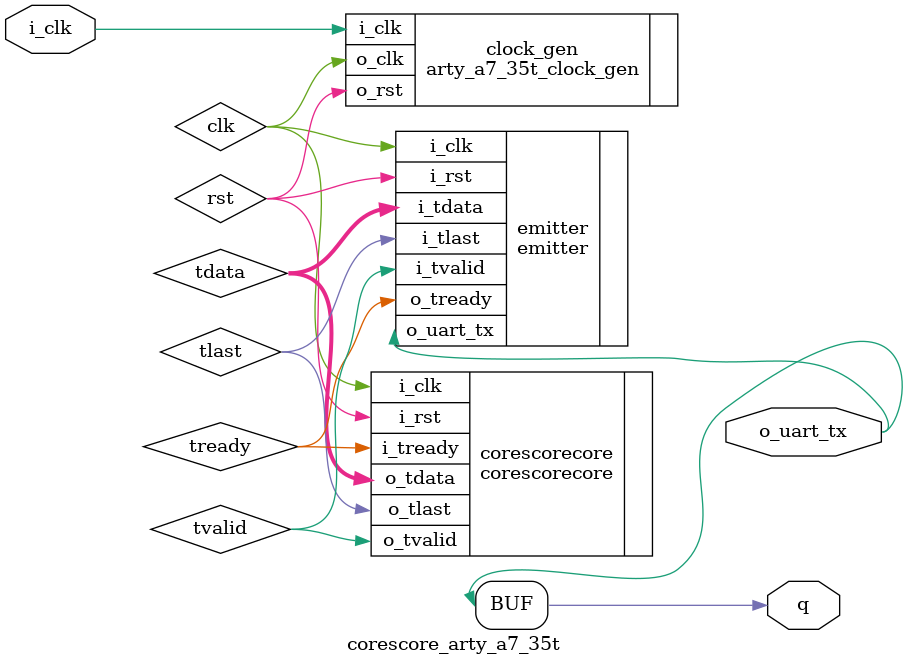
<source format=v>
`default_nettype none
module corescore_arty_a7_35t
(
 input wire  i_clk,
 output wire q,
 output wire o_uart_tx);

   wire      clk;
   wire      rst;

   //Mirror UART output to LED
   assign q = o_uart_tx;

   arty_a7_35t_clock_gen clock_gen
     (.i_clk (i_clk),
      .o_clk (clk),
      .o_rst (rst));

   parameter memfile_emitter = "emitter.hex";

   wire [7:0]  tdata;
   wire        tlast;
   wire        tvalid;
   wire        tready;

   corescorecore corescorecore
     (.i_clk     (clk),
      .i_rst     (rst),
      .o_tdata   (tdata),
      .o_tlast   (tlast),
      .o_tvalid  (tvalid),
      .i_tready  (tready));

   emitter #(.memfile (memfile_emitter)) emitter
     (.i_clk     (clk),
      .i_rst     (rst),
      .i_tdata   (tdata),
      .i_tlast   (tlast),
      .i_tvalid  (tvalid),
      .o_tready  (tready),
      .o_uart_tx (o_uart_tx));

endmodule

</source>
